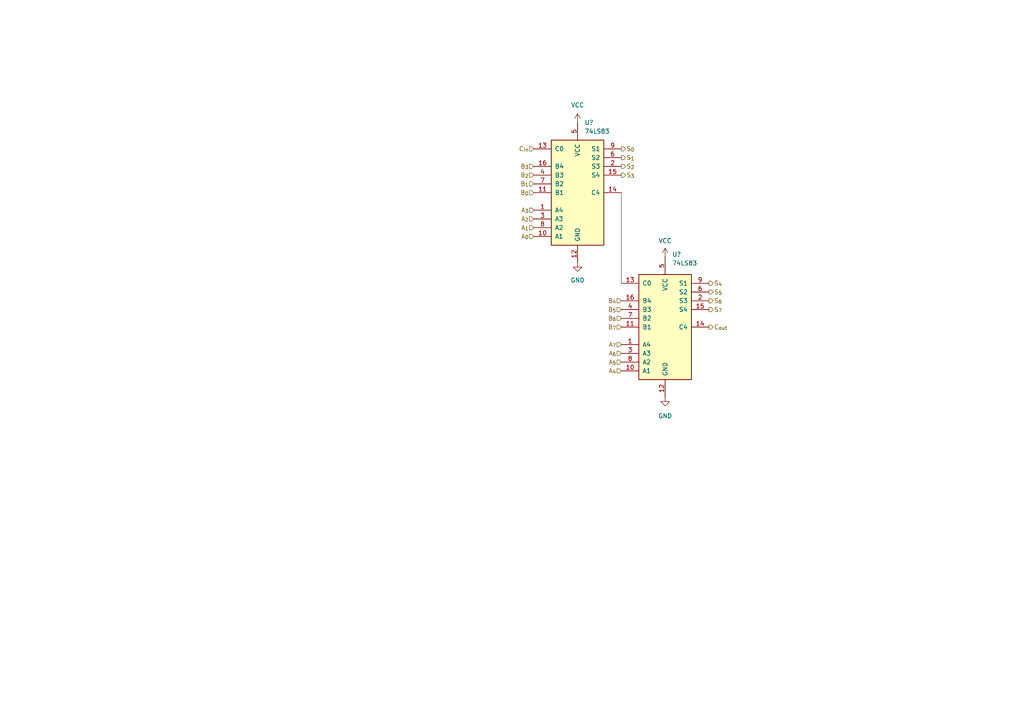
<source format=kicad_sch>
(kicad_sch (version 20211123) (generator eeschema)
  (paper "A4")
  (lib_symbols
    (symbol "74xx:74LS83" (pin_names (offset 1.016))
      (property "Reference" "U" (at -7.62 16.51 0))
      (property "Value" "74LS83" (at -7.62 -16.51 0))
      (symbol "74LS83_1_0"
        (pin input line (at -12.7 -5.08 0) (length 5.08) (name "A4") (number "1"))
        (pin input line (at -12.7 -12.7 0) (length 5.08) (name "A1") (number "10"))
        (pin input line (at -12.7 0 0) (length 5.08) (name "B1") (number "11"))
        (pin power_in line (at 0 -20.32 90) (length 5.08) (name "GND") (number "12"))
        (pin input line (at -12.7 12.7 0) (length 5.08) (name "C0") (number "13"))
        (pin output line (at 12.7 0 180) (length 5.08) (name "C4") (number "14"))
        (pin output line (at 12.7 5.08 180) (length 5.08) (name "S4") (number "15"))
        (pin input line (at -12.7 7.62 0) (length 5.08) (name "B4") (number "16"))
        (pin output line (at 12.7 7.62 180) (length 5.08) (name "S3") (number "2"))
        (pin input line (at -12.7 -7.62 0) (length 5.08) (name "A3") (number "3"))
        (pin input line (at -12.7 5.08 0) (length 5.08) (name "B3") (number "4"))
        (pin power_in line (at 0 20.32 270) (length 5.08) (name "VCC") (number "5"))
        (pin output line (at 12.7 10.16 180) (length 5.08) (name "S2") (number "6"))
        (pin input line (at -12.7 2.54 0) (length 5.08) (name "B2") (number "7"))
        (pin input line (at -12.7 -10.16 0) (length 5.08) (name "A2") (number "8"))
        (pin output line (at 12.7 12.7 180) (length 5.08) (name "S1") (number "9"))
      )
      (symbol "74LS83_1_1"
        (rectangle (start -7.62 15.24) (end 7.62 -15.24) (stroke (width 0.254)) (fill (type background)))
      )
    )
    (symbol "power:GND" (power) (pin_names (offset 0))
      (property "Value" "GND" (at 0 -3.81 0))
      (symbol "GND_0_1"
        (polyline (pts (xy 0 0) (xy 0 -1.27) (xy 1.27 -1.27) (xy 0 -2.54) (xy -1.27 -1.27) (xy 0 -1.27)))
      )
      (symbol "GND_1_1"
        (pin power_in line (at 0 0 270) (length 0) hide (name "GND") (number "1"))
      )
    )
    (symbol "power:VCC" (power) (pin_names (offset 0))
      (property "Value" "VCC" (at 0 3.81 0))
      (symbol "VCC_0_1"
        (polyline (pts (xy -0.762 1.27) (xy 0 2.54)))
        (polyline (pts (xy 0 0) (xy 0 2.54)))
        (polyline (pts (xy 0 2.54) (xy 0.762 1.27)))
      )
      (symbol "VCC_1_1"
        (pin power_in line (at 0 0 90) (length 0) hide (name "VCC") (number "1"))
      )
    )
  )
  (wire (pts (xy 180.213 82.169) (xy 180.213 55.88)))
  (hierarchical_label "C_{in}" (shape input) (at 154.813 43.18 180))
  (hierarchical_label "S_{6}" (shape output) (at 205.613 87.249 0))
  (hierarchical_label "A_{7}" (shape input) (at 180.213 99.949 180))
  (hierarchical_label "B_{2}" (shape input) (at 154.813 50.8 180))
  (hierarchical_label "B_{1}" (shape input) (at 154.813 53.34 180))
  (hierarchical_label "S_{5}" (shape output) (at 205.613 84.709 0))
  (hierarchical_label "C_{out}" (shape output) (at 205.613 94.869 0))
  (hierarchical_label "B_{6}" (shape input) (at 180.213 92.329 180))
  (hierarchical_label "A_{3}" (shape input) (at 154.813 60.96 180))
  (hierarchical_label "A_{6}" (shape input) (at 180.213 102.489 180))
  (hierarchical_label "A_{0}" (shape input) (at 154.813 68.58 180))
  (hierarchical_label "S_{0}" (shape output) (at 180.213 43.18 0))
  (hierarchical_label "B_{7}" (shape input) (at 180.213 94.869 180))
  (hierarchical_label "S_{2}" (shape output) (at 180.213 48.26 0))
  (hierarchical_label "S_{4}" (shape output) (at 205.613 82.169 0))
  (hierarchical_label "S_{7}" (shape output) (at 205.613 89.789 0))
  (hierarchical_label "A_{1}" (shape input) (at 154.813 66.04 180))
  (hierarchical_label "A_{2}" (shape input) (at 154.813 63.5 180))
  (hierarchical_label "B_{0}" (shape input) (at 154.813 55.88 180))
  (hierarchical_label "A_{5}" (shape input) (at 180.213 105.029 180))
  (hierarchical_label "B_{3}" (shape input) (at 154.813 48.26 180))
  (hierarchical_label "S_{3}" (shape output) (at 180.213 50.8 0))
  (hierarchical_label "B_{5}" (shape input) (at 180.213 89.789 180))
  (hierarchical_label "B_{4}" (shape input) (at 180.213 87.249 180))
  (hierarchical_label "S_{1}" (shape output) (at 180.213 45.72 0))
  (hierarchical_label "A_{4}" (shape input) (at 180.213 107.569 180))
  (symbol (lib_id "power:GND") (at 167.513 76.2 0)
    (property "Reference" "#PWR?" (effects hide))
    (property "Value" "GND" (at 167.513 81.28 0))
  )
  (symbol (lib_id "74xx:74LS83") (at 167.513 55.88 0)
    (property "Reference" "U?" (at 169.5324 35.56 0) (effects (justify left)))
    (property "Value" "74LS83" (at 169.5324 38.1 0) (effects (justify left)))
    (property "Datasheet" "http://www.ti.com/lit/gpn/sn74LS83" (effects hide))
  )
  (symbol (lib_id "74xx:74LS83") (at 192.913 94.869 0)
    (property "Reference" "U?" (at 194.9324 73.787 0) (effects (justify left)))
    (property "Value" "74LS83" (at 194.9324 76.327 0) (effects (justify left)))
    (property "Datasheet" "http://www.ti.com/lit/gpn/sn74LS83" (effects hide))
  )
  (symbol (lib_id "power:VCC") (at 192.913 74.549 0)
    (property "Reference" "#PWR?" (effects hide))
    (property "Value" "VCC" (at 192.913 69.85 0))
  )
  (symbol (lib_id "power:GND") (at 192.913 115.189 0)
    (property "Reference" "#PWR?" (effects hide))
    (property "Value" "GND" (at 192.913 120.65 0))
  )
  (symbol (lib_id "power:VCC") (at 167.513 35.56 0)
    (property "Reference" "#PWR?" (effects hide))
    (property "Value" "VCC" (at 167.513 30.48 0))
  )
)
</source>
